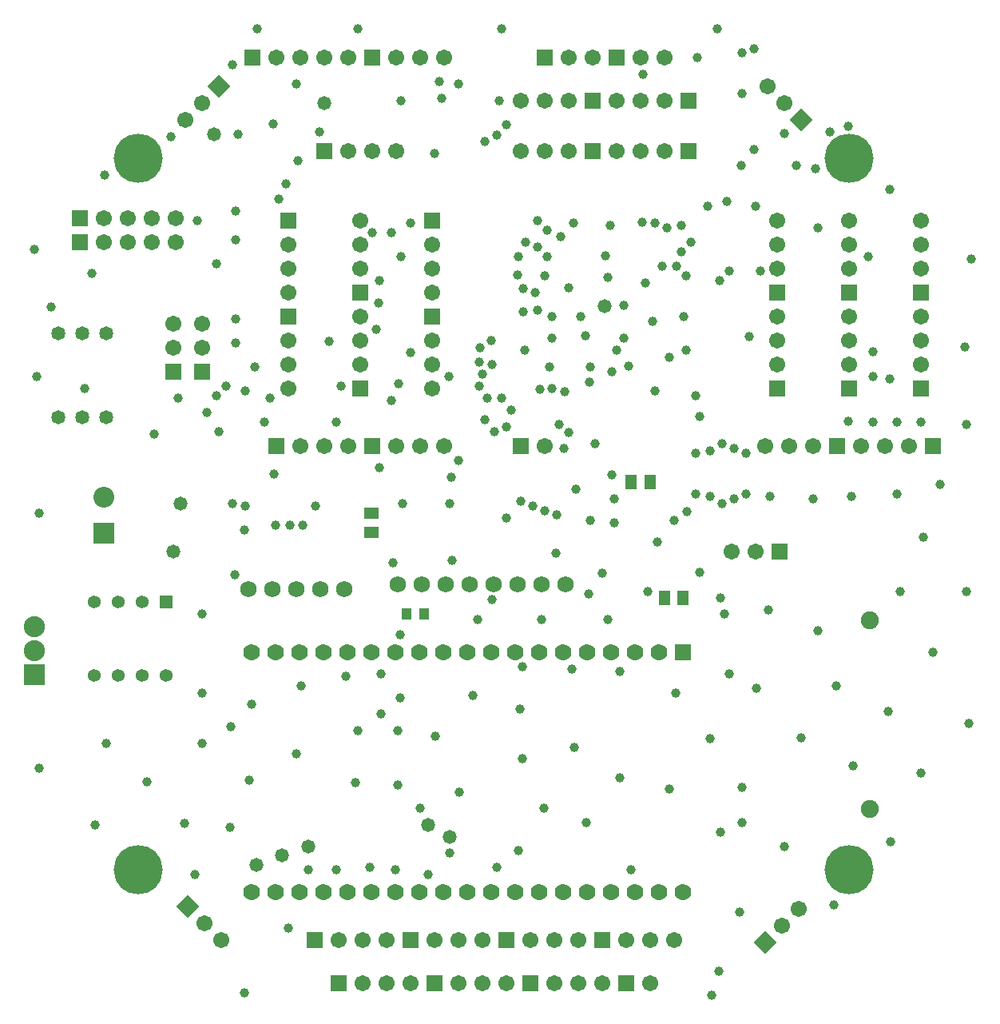
<source format=gbs>
G04*
G04 #@! TF.GenerationSoftware,Altium Limited,Altium Designer,22.10.1 (41)*
G04*
G04 Layer_Color=16711935*
%FSLAX44Y44*%
%MOMM*%
G71*
G04*
G04 #@! TF.SameCoordinates,86A63571-8FB3-4636-807C-F47AD7162A4A*
G04*
G04*
G04 #@! TF.FilePolarity,Negative*
G04*
G01*
G75*
%ADD26R,1.2032X1.5032*%
%ADD30R,1.5032X1.2032*%
%ADD31R,1.0032X1.1532*%
%ADD35C,1.3622*%
%ADD36R,1.3622X1.3622*%
%ADD37C,1.4732*%
%ADD38C,1.7032*%
%ADD39R,1.7032X1.7032*%
%ADD40R,1.7032X1.7032*%
%ADD41C,1.4832*%
%ADD42C,2.2432*%
%ADD43R,2.2432X2.2432*%
%ADD44C,2.2032*%
%ADD45R,2.2032X2.2032*%
%ADD46C,1.9032*%
%ADD47C,1.7272*%
%ADD48R,1.7632X1.7632*%
%ADD49C,1.7632*%
%ADD50P,2.4087X4X270.0*%
%ADD51P,2.4087X4X180.0*%
%ADD52C,1.0032*%
%ADD53C,5.2032*%
D26*
X1417480Y1470660D02*
D03*
X1437480D02*
D03*
X1452500Y1347500D02*
D03*
X1472500D02*
D03*
D30*
X1142500Y1417500D02*
D03*
Y1437500D02*
D03*
D31*
X1179720Y1330962D02*
D03*
X1197720Y1330960D02*
D03*
D35*
X924560Y1265390D02*
D03*
X899160D02*
D03*
X873760D02*
D03*
X848360D02*
D03*
Y1343490D02*
D03*
X873760D02*
D03*
X899160D02*
D03*
D36*
X924560D02*
D03*
D37*
X931800Y1396800D02*
D03*
X939800Y1447800D02*
D03*
X975360Y1838960D02*
D03*
X1092200Y1871980D02*
D03*
X1388958Y1657020D02*
D03*
X1202500Y1107500D02*
D03*
X1225000Y1095000D02*
D03*
X1047500Y1075000D02*
D03*
X1020000Y1065000D02*
D03*
X1075000Y1085000D02*
D03*
D38*
X962660Y1638300D02*
D03*
Y1612900D02*
D03*
X932180Y1638300D02*
D03*
Y1612900D02*
D03*
X1524000Y1397000D02*
D03*
X1549400D02*
D03*
X934720Y1750060D02*
D03*
X909320D02*
D03*
X883920D02*
D03*
X858520D02*
D03*
X934720Y1724660D02*
D03*
X909320D02*
D03*
X883920D02*
D03*
X858520D02*
D03*
X1325880Y1508760D02*
D03*
X1559560D02*
D03*
X1584960D02*
D03*
X1610360D02*
D03*
X1711960D02*
D03*
X1686560D02*
D03*
X1661160D02*
D03*
X1054100Y1722120D02*
D03*
Y1696720D02*
D03*
Y1671320D02*
D03*
Y1620520D02*
D03*
Y1595120D02*
D03*
Y1569720D02*
D03*
X1648460Y1595120D02*
D03*
Y1620520D02*
D03*
Y1645920D02*
D03*
Y1696720D02*
D03*
Y1722120D02*
D03*
Y1747520D02*
D03*
X1572260Y1696720D02*
D03*
Y1722120D02*
D03*
Y1747520D02*
D03*
X1351280Y1821180D02*
D03*
X1325880D02*
D03*
X1300480D02*
D03*
X1452880D02*
D03*
X1427480D02*
D03*
X1402080D02*
D03*
X1130300Y1696720D02*
D03*
Y1722120D02*
D03*
Y1747520D02*
D03*
X1206500Y1722120D02*
D03*
Y1696720D02*
D03*
Y1671320D02*
D03*
X1351280Y1874520D02*
D03*
X1325880D02*
D03*
X1300480D02*
D03*
X1130300Y1595120D02*
D03*
Y1620520D02*
D03*
Y1645920D02*
D03*
X1168400Y1508760D02*
D03*
X1193800D02*
D03*
X1219200D02*
D03*
X1206500Y1620520D02*
D03*
Y1595120D02*
D03*
Y1569720D02*
D03*
X1066800Y1508760D02*
D03*
X1092200D02*
D03*
X1117600D02*
D03*
X1452880Y1874520D02*
D03*
X1427480D02*
D03*
X1402080D02*
D03*
X1572260Y1595120D02*
D03*
Y1620520D02*
D03*
Y1645920D02*
D03*
X1310640Y985520D02*
D03*
X1336040D02*
D03*
X1361440D02*
D03*
X1351280Y1920240D02*
D03*
X1376680D02*
D03*
X1427480D02*
D03*
X1452880D02*
D03*
X983341Y985159D02*
D03*
X965380Y1003120D02*
D03*
X944880Y1854200D02*
D03*
X962840Y1872160D02*
D03*
X1041400Y1920240D02*
D03*
X1066800D02*
D03*
X1092200D02*
D03*
X1117600D02*
D03*
X1219200D02*
D03*
X1193800D02*
D03*
X1168400D02*
D03*
Y1821180D02*
D03*
X1143000D02*
D03*
X1117600D02*
D03*
X1724660Y1645920D02*
D03*
Y1620520D02*
D03*
Y1595120D02*
D03*
Y1747520D02*
D03*
Y1722120D02*
D03*
Y1696720D02*
D03*
X1259840Y985520D02*
D03*
X1234440D02*
D03*
X1209040D02*
D03*
X1437640Y939800D02*
D03*
X1463040Y985520D02*
D03*
X1437640D02*
D03*
X1412240D02*
D03*
X1386840Y939800D02*
D03*
X1361440D02*
D03*
X1336040D02*
D03*
X1183640D02*
D03*
X1158240D02*
D03*
X1132840D02*
D03*
X1285240D02*
D03*
X1259840D02*
D03*
X1234440D02*
D03*
X1158240Y985520D02*
D03*
X1132840D02*
D03*
X1107440D02*
D03*
X1579700Y1872160D02*
D03*
X1561739Y1890121D02*
D03*
X1577160Y1000580D02*
D03*
X1595120Y1018540D02*
D03*
D39*
X962660Y1587500D02*
D03*
X932180D02*
D03*
X1054100Y1747520D02*
D03*
Y1645920D02*
D03*
X1648460Y1569720D02*
D03*
Y1671320D02*
D03*
X1572260D02*
D03*
X1130300D02*
D03*
X1206500Y1747520D02*
D03*
X1130300Y1569720D02*
D03*
X1206500Y1645920D02*
D03*
X1572260Y1569720D02*
D03*
X1724660D02*
D03*
Y1671320D02*
D03*
D40*
X1574800Y1397000D02*
D03*
X833120Y1750060D02*
D03*
Y1724660D02*
D03*
X1300480Y1508760D02*
D03*
X1635760D02*
D03*
X1737360D02*
D03*
X1376680Y1821180D02*
D03*
X1478280D02*
D03*
X1376680Y1874520D02*
D03*
X1143000Y1508760D02*
D03*
X1041400D02*
D03*
X1478280Y1874520D02*
D03*
X1285240Y985520D02*
D03*
X1325880Y1920240D02*
D03*
X1402080D02*
D03*
X1016000D02*
D03*
X1143000D02*
D03*
X1092200Y1821180D02*
D03*
X1183640Y985520D02*
D03*
X1412240Y939800D02*
D03*
X1386840Y985520D02*
D03*
X1310640Y939800D02*
D03*
X1107440D02*
D03*
X1209040D02*
D03*
X1082040Y985520D02*
D03*
D41*
X861060Y1628140D02*
D03*
X835660D02*
D03*
X810260D02*
D03*
X861060Y1539240D02*
D03*
X835660D02*
D03*
X810260D02*
D03*
D42*
X784860Y1317140D02*
D03*
Y1291740D02*
D03*
D43*
Y1266340D02*
D03*
D44*
X858520Y1454180D02*
D03*
D45*
Y1416080D02*
D03*
D46*
X1670000Y1324500D02*
D03*
Y1124500D02*
D03*
D47*
X1112900Y1357500D02*
D03*
X1087500D02*
D03*
X1062100D02*
D03*
X1036700D02*
D03*
X1011300D02*
D03*
X1347900Y1362500D02*
D03*
X1322500D02*
D03*
X1297100D02*
D03*
X1271700D02*
D03*
X1246300D02*
D03*
X1220900D02*
D03*
X1195500D02*
D03*
X1170100D02*
D03*
D48*
X1472680Y1290320D02*
D03*
D49*
X1447280D02*
D03*
X1015480D02*
D03*
X1421880D02*
D03*
X1396480D02*
D03*
X1371080D02*
D03*
X1345680D02*
D03*
X1320280D02*
D03*
X1294880D02*
D03*
X1269480D02*
D03*
X1244080D02*
D03*
X1218680D02*
D03*
X1193280D02*
D03*
X1167880D02*
D03*
X1142480D02*
D03*
X1117080D02*
D03*
X1091680D02*
D03*
X1066280D02*
D03*
X1040880D02*
D03*
X1472680Y1036320D02*
D03*
X1447280D02*
D03*
X1421880D02*
D03*
X1396480D02*
D03*
X1371080D02*
D03*
X1345680D02*
D03*
X1320280D02*
D03*
X1294880D02*
D03*
X1269480D02*
D03*
X1244080D02*
D03*
X1218680D02*
D03*
X1193280D02*
D03*
X1167880D02*
D03*
X1142480D02*
D03*
X1117080D02*
D03*
X1091680D02*
D03*
X1066280D02*
D03*
X1040880D02*
D03*
X1015480D02*
D03*
D50*
X947420Y1021080D02*
D03*
X1597660Y1854200D02*
D03*
D51*
X980801Y1890121D02*
D03*
X1559199Y982619D02*
D03*
D52*
X789940Y1437640D02*
D03*
X911860Y1521460D02*
D03*
X962660Y1330960D02*
D03*
X845820Y1691640D02*
D03*
X998220Y1757680D02*
D03*
X1397000Y1478280D02*
D03*
X1037590Y1850390D02*
D03*
X1000760Y1838960D02*
D03*
X802640Y1656080D02*
D03*
X1351290Y1523486D02*
D03*
X1341120Y1531620D02*
D03*
X1358900Y1463040D02*
D03*
X1346163Y1506070D02*
D03*
X1511810Y1347500D02*
D03*
X1699260Y1457960D02*
D03*
X1673860Y1582420D02*
D03*
X1691640Y1579880D02*
D03*
X1699260Y1534160D02*
D03*
X1163320Y1734820D02*
D03*
X1143000D02*
D03*
X1183640Y1744980D02*
D03*
Y1607820D02*
D03*
X1440180Y1640840D02*
D03*
X1209040Y1818640D02*
D03*
X859534Y1795764D02*
D03*
X838200Y1569720D02*
D03*
X784860Y1717040D02*
D03*
X977900Y1701800D02*
D03*
X957580Y1747520D02*
D03*
X980440Y1524000D02*
D03*
X1104900Y1534160D02*
D03*
X1150620Y1485900D02*
D03*
X1226528Y1475641D02*
D03*
X1399540Y1452880D02*
D03*
Y1427480D02*
D03*
X1379220Y1511300D02*
D03*
X1285240Y1529080D02*
D03*
X1549400Y1762760D02*
D03*
X1234440Y1892300D02*
D03*
X1216660Y1877060D02*
D03*
X1592580Y1805940D02*
D03*
X1285240Y1849120D02*
D03*
X1214120Y1894840D02*
D03*
X1430020Y1902460D02*
D03*
X1498790Y1762760D02*
D03*
X1008380Y1567180D02*
D03*
X998220Y1643380D02*
D03*
X1034897Y1559750D02*
D03*
X1018540Y1592580D02*
D03*
X1043750Y1770380D02*
D03*
X998220Y1727200D02*
D03*
Y1617980D02*
D03*
X967740Y1544320D02*
D03*
X1476265Y1439633D02*
D03*
X1356360Y1744980D02*
D03*
X1534160Y1805940D02*
D03*
X1008380Y1445260D02*
D03*
X1270000Y1346200D02*
D03*
X962660Y1247140D02*
D03*
X937260Y1559560D02*
D03*
X787400Y1582420D02*
D03*
X1285240Y1432560D02*
D03*
X1054100Y998220D02*
D03*
X1772920Y1531620D02*
D03*
X1778000Y1706880D02*
D03*
X1224280Y1582420D02*
D03*
X1257300Y1612900D02*
D03*
X1256045Y1597500D02*
D03*
X1256543Y1572323D02*
D03*
X1264920Y1559560D02*
D03*
X1262380Y1536700D02*
D03*
X1280160Y1559560D02*
D03*
X1038770Y1478770D02*
D03*
X1055324Y1425173D02*
D03*
X1069340Y1424940D02*
D03*
X1040324Y1425173D02*
D03*
X993140Y1211580D02*
D03*
X1272540Y1524000D02*
D03*
X1290320Y1546860D02*
D03*
X1320514Y1569082D02*
D03*
X1373279Y1576260D02*
D03*
X1374140Y1592580D02*
D03*
X1330960D02*
D03*
X1338450Y1436150D02*
D03*
X1325880Y1440180D02*
D03*
X1313180Y1445260D02*
D03*
X1300480Y1450340D02*
D03*
X1374140Y1430020D02*
D03*
X1333500Y1569720D02*
D03*
X1475740Y1610360D02*
D03*
X1470660Y1714500D02*
D03*
X1268909Y1620520D02*
D03*
X1303020Y1651000D02*
D03*
X1318413Y1652476D02*
D03*
X1303036Y1675386D02*
D03*
X1315720Y1671320D02*
D03*
X1328420Y1709420D02*
D03*
X1342580Y1730601D02*
D03*
X1318260Y1747520D02*
D03*
X1470660Y1742440D02*
D03*
X1455420Y1739900D02*
D03*
X1442720Y1744980D02*
D03*
X1428730Y1746270D02*
D03*
X1465837Y1699517D02*
D03*
X1521460Y1694180D02*
D03*
X1397000Y1587500D02*
D03*
X1485900Y1501140D02*
D03*
X1539240D02*
D03*
X1526540Y1506220D02*
D03*
X1513840Y1511300D02*
D03*
X1501140Y1455420D02*
D03*
X1485900Y1457960D02*
D03*
X1501140Y1503680D02*
D03*
X1526540Y1452880D02*
D03*
X1539240Y1457960D02*
D03*
X1275233Y1837896D02*
D03*
X988060Y1572260D02*
D03*
X977900Y1562100D02*
D03*
X1409700Y1623060D02*
D03*
X1513840Y1447800D02*
D03*
X1414796Y1593594D02*
D03*
X1554480Y1694180D02*
D03*
X1473200Y1645920D02*
D03*
X1432560Y1681480D02*
D03*
X1450340Y1699260D02*
D03*
X1480820Y1724660D02*
D03*
X1165000Y1385000D02*
D03*
X962660Y1193800D02*
D03*
X995000Y1447500D02*
D03*
X1535000Y1147500D02*
D03*
Y1110000D02*
D03*
X1325000Y1125000D02*
D03*
X992500Y1105000D02*
D03*
X1270000Y1595000D02*
D03*
X1297146Y1689799D02*
D03*
X1395000Y1742500D02*
D03*
X1535000Y1925000D02*
D03*
X1727200Y1412240D02*
D03*
X1702500Y1355000D02*
D03*
X1772500D02*
D03*
X1737500Y1290000D02*
D03*
X1635000Y1255000D02*
D03*
X1690000Y1227500D02*
D03*
X1775000Y1215000D02*
D03*
X1725000Y1162500D02*
D03*
X1652500Y1170000D02*
D03*
X1692500Y1090000D02*
D03*
X1502500Y927500D02*
D03*
X1007500Y930000D02*
D03*
X1632500Y1022500D02*
D03*
X1510000Y952500D02*
D03*
X1532500Y1015000D02*
D03*
X1580000Y1085000D02*
D03*
X1597500Y1200000D02*
D03*
X1550000Y1252500D02*
D03*
X1562500Y1335000D02*
D03*
X1651000Y1455420D02*
D03*
X1610360Y1452880D02*
D03*
X1564640Y1455420D02*
D03*
X1490000Y1375000D02*
D03*
X1516380Y1330960D02*
D03*
X1435000Y1355000D02*
D03*
X1372500Y1352500D02*
D03*
X1172733Y1309016D02*
D03*
X1392500Y1325000D02*
D03*
X1322500D02*
D03*
X1255000D02*
D03*
X1337500Y1395000D02*
D03*
X1227500Y1387500D02*
D03*
X1225000Y1447500D02*
D03*
X1175000D02*
D03*
X1007500Y1420000D02*
D03*
X1082500Y1445000D02*
D03*
X1744980Y1468120D02*
D03*
X1771430Y1613770D02*
D03*
X1724660Y1534160D02*
D03*
X1647500Y1535000D02*
D03*
X1542500Y1625000D02*
D03*
X1615440Y1739900D02*
D03*
X1673730Y1608730D02*
D03*
X1668780Y1709420D02*
D03*
X1691640Y1780540D02*
D03*
X1612500Y1802500D02*
D03*
X1547500Y1822500D02*
D03*
X1518920Y1767840D02*
D03*
X1580000Y1840000D02*
D03*
X1535000Y1882500D02*
D03*
X1647500Y1847500D02*
D03*
X1508760Y1950720D02*
D03*
X1280160D02*
D03*
X1127760D02*
D03*
X1021080D02*
D03*
X1487500Y1920000D02*
D03*
X1277620Y1874520D02*
D03*
X1173480Y1709420D02*
D03*
X1150620Y1684020D02*
D03*
X1150000Y1660000D02*
D03*
X1147500Y1632500D02*
D03*
X1097500Y1620000D02*
D03*
X1110000Y1572500D02*
D03*
X1028700Y1534160D02*
D03*
X1064260Y1811020D02*
D03*
X1051230Y1786230D02*
D03*
X1087120Y1841500D02*
D03*
X1173480Y1874520D02*
D03*
X1062500Y1892500D02*
D03*
X995000Y1912500D02*
D03*
X929640Y1836420D02*
D03*
X1127500Y1207500D02*
D03*
X1125000Y1152500D02*
D03*
X1075000Y1060000D02*
D03*
X1105000D02*
D03*
X1140000Y1062500D02*
D03*
X1170000Y1207500D02*
D03*
Y1150000D02*
D03*
X1167500Y1060000D02*
D03*
X1202500Y1055000D02*
D03*
X1225000Y1077500D02*
D03*
X1297500Y1080000D02*
D03*
X1235000Y1142500D02*
D03*
X1152500Y1225000D02*
D03*
X1115000Y1265000D02*
D03*
X1172500Y1242500D02*
D03*
X1152500Y1267500D02*
D03*
X1275000Y1062500D02*
D03*
X1370000Y1110000D02*
D03*
X1417500Y1060000D02*
D03*
X1512500Y1100000D02*
D03*
X1457960Y1145540D02*
D03*
X1501140Y1198880D02*
D03*
X1465000Y1247500D02*
D03*
X1300000Y1230000D02*
D03*
X1302500Y1275000D02*
D03*
X1405000Y1157500D02*
D03*
Y1270000D02*
D03*
X1355000Y1272500D02*
D03*
X1357500Y1190000D02*
D03*
X1302500Y1177500D02*
D03*
X1250000Y1245000D02*
D03*
X1015000Y1235000D02*
D03*
X1062500Y1182500D02*
D03*
X955000Y1055000D02*
D03*
X943770Y1108770D02*
D03*
X849424Y1107287D02*
D03*
X790000Y1167500D02*
D03*
X861060Y1193800D02*
D03*
X904240Y1153160D02*
D03*
X1012500Y1155000D02*
D03*
X1067500Y1255000D02*
D03*
X1363980Y1645920D02*
D03*
X1305000Y1610000D02*
D03*
X1392500Y1687500D02*
D03*
X1410000Y1657500D02*
D03*
X1351230Y1676230D02*
D03*
X1390000Y1710000D02*
D03*
X1490000Y1540000D02*
D03*
X1209976Y1201406D02*
D03*
X997500Y1372500D02*
D03*
X1234440Y1493520D02*
D03*
X1463040Y1430020D02*
D03*
X1305560Y1724660D02*
D03*
X1318260Y1719580D02*
D03*
X1297940Y1709420D02*
D03*
X1193800Y1125220D02*
D03*
X1615440Y1313180D02*
D03*
X1511300Y1684020D02*
D03*
X1521460Y1267460D02*
D03*
X1673860Y1534160D02*
D03*
X1445260Y1407160D02*
D03*
X1333500Y1623060D02*
D03*
X1346700Y1566680D02*
D03*
X1369060Y1625600D02*
D03*
X1402080Y1610360D02*
D03*
X1457960Y1602930D02*
D03*
X1485900Y1562100D02*
D03*
X1442720Y1567180D02*
D03*
X1386840Y1374140D02*
D03*
X1170940Y1574800D02*
D03*
X1259840Y1584960D02*
D03*
X1163320Y1557020D02*
D03*
X1547905Y1929355D02*
D03*
X1475740Y1689100D02*
D03*
X1628140Y1841500D02*
D03*
X1325880Y1689100D02*
D03*
X1333500Y1646110D02*
D03*
X1328420Y1737360D02*
D03*
X1262380Y1831340D02*
D03*
D53*
X1648260Y1060360D02*
D03*
X895260D02*
D03*
X1648260Y1813360D02*
D03*
X895260D02*
D03*
M02*

</source>
